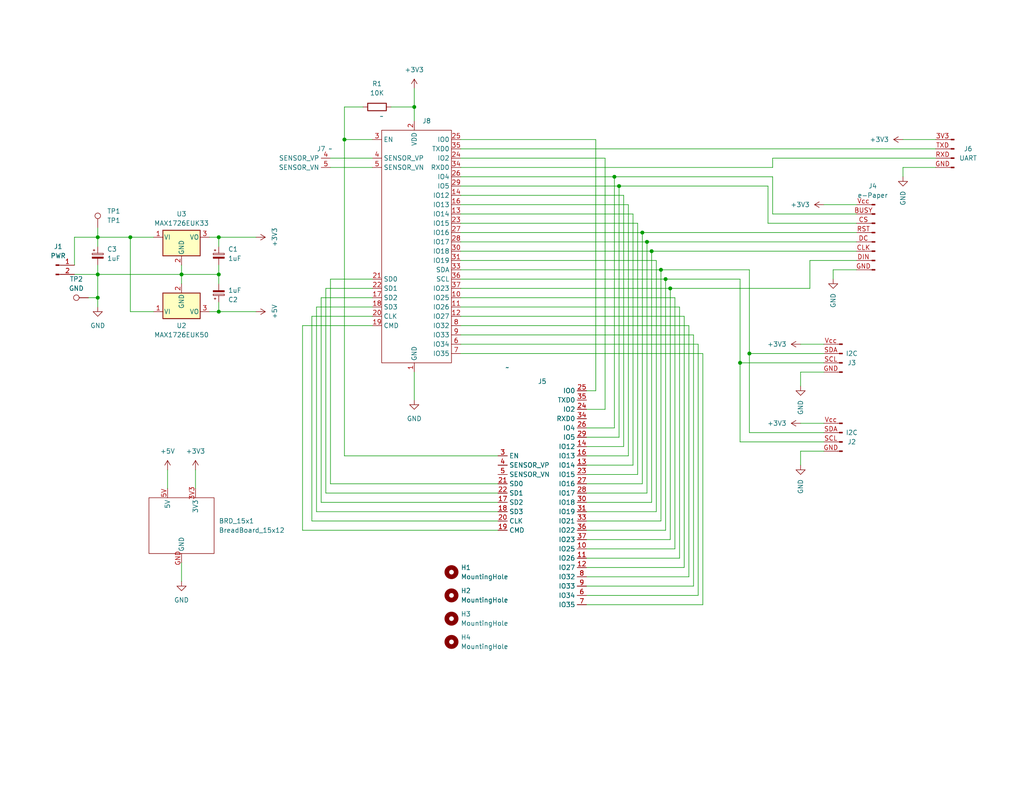
<source format=kicad_sch>
(kicad_sch (version 20231120) (generator "eeschema") (generator_version "8.0")
  (paper "USLetter")
  (title_block (title "ESP32-WROOM-32D Automation Board") (date "2024-01-15") (company "CEGEP Heritage College") (comment 1 "Alexander Bobkov"))
  (lib_symbols
    (symbol "Alexander_Library_Symbols:Conn_I2C_01x04" (pin_names (offset 1.016) hide)
      (property "Reference" "J" (at 0 5.08 0))
      (property "Value" "I2C" (at 0 -7.62 0))
      (symbol "Conn_I2C_01x04_1_1"
        (polyline (pts (xy 1.27 -5.08) (xy 0.8636 -5.08)) (stroke (width 0.1524)))
        (polyline (pts (xy 1.27 -2.54) (xy 0.8636 -2.54)) (stroke (width 0.1524)))
        (polyline (pts (xy 1.27 0) (xy 0.8636 0)) (stroke (width 0.1524)))
        (polyline (pts (xy 1.27 2.54) (xy 0.8636 2.54)) (stroke (width 0.1524)))
        (rectangle (start 0.8636 -4.953) (end 0 -5.207) (stroke (width 0.1524)) (fill (type outline)))
        (rectangle (start 0.8636 -2.413) (end 0 -2.667) (stroke (width 0.1524)) (fill (type outline)))
        (rectangle (start 0.8636 0.127) (end 0 -0.127) (stroke (width 0.1524)) (fill (type outline)))
        (rectangle (start 0.8636 2.667) (end 0 2.413) (stroke (width 0.1524)) (fill (type outline)))
        (pin power_out line (at 5.08 -5.08 180) (length 3.81) (name "GND") (number "GND"))
        (pin bidirectional line (at 5.08 -2.54 180) (length 3.81) (name "SCL") (number "SCL"))
        (pin bidirectional line (at 5.08 0 180) (length 3.81) (name "SDA") (number "SDA"))
        (pin power_in line (at 5.08 2.54 180) (length 3.81) (name "VCC") (number "Vcc"))
      )
    )
    (symbol "Alexander_Library_Symbols:ESP32-WROOM-32D"
      (property "Reference" "J" (at 0 0 0))
      (symbol "ESP32-WROOM-32D_1_1"
        (pin bidirectional line (at 21.59 -49.53 180) (length 2.54) (name "IO25") (number "10"))
        (pin bidirectional line (at 21.59 -52.07 180) (length 2.54) (name "IO26") (number "11"))
        (pin bidirectional line (at 21.59 -54.61 180) (length 2.54) (name "IO27") (number "12"))
        (pin bidirectional line (at 21.59 -26.67 180) (length 2.54) (name "IO14") (number "13"))
        (pin bidirectional line (at 21.59 -21.59 180) (length 2.54) (name "IO12") (number "14"))
        (pin bidirectional line (at 21.59 -24.13 180) (length 2.54) (name "IO13") (number "16"))
        (pin input line (at -2.54 -36.83 0) (length 2.54) (name "SD2") (number "17"))
        (pin input line (at -2.54 -39.37 0) (length 2.54) (name "SD3") (number "18"))
        (pin input line (at -2.54 -44.45 0) (length 2.54) (name "CMD") (number "19"))
        (pin input line (at -2.54 -41.91 0) (length 2.54) (name "CLK") (number "20"))
        (pin input line (at -2.54 -31.75 0) (length 2.54) (name "SD0") (number "21"))
        (pin input line (at -2.54 -34.29 0) (length 2.54) (name "SD1") (number "22"))
        (pin bidirectional line (at 21.59 -29.21 180) (length 2.54) (name "IO15") (number "23"))
        (pin bidirectional line (at 21.59 -11.43 180) (length 2.54) (name "IO2") (number "24"))
        (pin bidirectional line (at 21.59 -6.35 180) (length 2.54) (name "IO0") (number "25"))
        (pin bidirectional line (at 21.59 -16.51 180) (length 2.54) (name "IO4") (number "26"))
        (pin bidirectional line (at 21.59 -31.75 180) (length 2.54) (name "IO16") (number "27"))
        (pin bidirectional line (at 21.59 -34.29 180) (length 2.54) (name "IO17") (number "28"))
        (pin bidirectional line (at 21.59 -19.05 180) (length 2.54) (name "IO5") (number "29"))
        (pin input line (at -2.54 -24.13 0) (length 2.54) (name "EN") (number "3"))
        (pin bidirectional line (at 21.59 -36.83 180) (length 2.54) (name "IO18") (number "30"))
        (pin bidirectional line (at 21.59 -39.37 180) (length 2.54) (name "IO19") (number "31"))
        (pin bidirectional line (at 21.59 -41.91 180) (length 2.54) (name "IO21") (number "33"))
        (pin input line (at 21.59 -13.97 180) (length 2.54) (name "RXD0") (number "34"))
        (pin output line (at 21.59 -8.89 180) (length 2.54) (name "TXD0") (number "35"))
        (pin bidirectional line (at 21.59 -44.45 180) (length 2.54) (name "IO22") (number "36"))
        (pin bidirectional line (at 21.59 -46.99 180) (length 2.54) (name "IO23") (number "37"))
        (pin input line (at -2.54 -26.67 0) (length 2.54) (name "SENSOR_VP") (number "4"))
        (pin input line (at -2.54 -29.21 0) (length 2.54) (name "SENSOR_VN") (number "5"))
        (pin bidirectional line (at 21.59 -62.23 180) (length 2.54) (name "IO34") (number "6"))
        (pin bidirectional line (at 21.59 -64.77 180) (length 2.54) (name "IO35") (number "7"))
        (pin bidirectional line (at 21.59 -57.15 180) (length 2.54) (name "IO32") (number "8"))
        (pin bidirectional line (at 21.59 -59.69 180) (length 2.54) (name "IO33") (number "9"))
      )
    )
    (symbol "Alexander_Library_Symbols:ESP32-WROOM-32D-SOCKET"
      (property "Reference" "J" (at 0 0 0))
      (symbol "ESP32-WROOM-32D-SOCKET_0_1"
        (rectangle (start 0 -3.81) (end 19.05 -67.31))
      )
      (symbol "ESP32-WROOM-32D-SOCKET_1_1"
        (pin power_out line (at 8.89 -69.85 90) (length 2.54) (name "GND") (number "1"))
        (pin bidirectional line (at 21.59 -49.53 180) (length 2.54) (name "IO25") (number "10"))
        (pin bidirectional line (at 21.59 -52.07 180) (length 2.54) (name "IO26") (number "11"))
        (pin bidirectional line (at 21.59 -54.61 180) (length 2.54) (name "IO27") (number "12"))
        (pin bidirectional line (at 21.59 -26.67 180) (length 2.54) (name "IO14") (number "13"))
        (pin bidirectional line (at 21.59 -21.59 180) (length 2.54) (name "IO12") (number "14"))
        (pin bidirectional line (at 21.59 -24.13 180) (length 2.54) (name "IO13") (number "16"))
        (pin input line (at -2.54 -49.53 0) (length 2.54) (name "SD2") (number "17"))
        (pin input line (at -2.54 -52.07 0) (length 2.54) (name "SD3") (number "18"))
        (pin input line (at -2.54 -57.15 0) (length 2.54) (name "CMD") (number "19"))
        (pin power_in line (at 8.89 -1.27 270) (length 2.54) (name "VDD") (number "2"))
        (pin input line (at -2.54 -54.61 0) (length 2.54) (name "CLK") (number "20"))
        (pin input line (at -2.54 -44.45 0) (length 2.54) (name "SD0") (number "21"))
        (pin input line (at -2.54 -46.99 0) (length 2.54) (name "SD1") (number "22"))
        (pin bidirectional line (at 21.59 -29.21 180) (length 2.54) (name "IO15") (number "23"))
        (pin bidirectional line (at 21.59 -11.43 180) (length 2.54) (name "IO2") (number "24"))
        (pin bidirectional line (at 21.59 -6.35 180) (length 2.54) (name "IO0") (number "25"))
        (pin bidirectional line (at 21.59 -16.51 180) (length 2.54) (name "IO4") (number "26"))
        (pin bidirectional line (at 21.59 -31.75 180) (length 2.54) (name "IO16") (number "27"))
        (pin bidirectional line (at 21.59 -34.29 180) (length 2.54) (name "IO17") (number "28"))
        (pin bidirectional line (at 21.59 -19.05 180) (length 2.54) (name "IO5") (number "29"))
        (pin input line (at -2.54 -6.35 0) (length 2.54) (name "EN") (number "3"))
        (pin bidirectional line (at 21.59 -36.83 180) (length 2.54) (name "IO18") (number "30"))
        (pin bidirectional line (at 21.59 -39.37 180) (length 2.54) (name "IO19") (number "31"))
        (pin bidirectional line (at 21.59 -41.91 180) (length 2.54) (name "SDA") (number "33"))
        (pin input line (at 21.59 -13.97 180) (length 2.54) (name "RXD0") (number "34"))
        (pin output line (at 21.59 -8.89 180) (length 2.54) (name "TXD0") (number "35"))
        (pin bidirectional line (at 21.59 -44.45 180) (length 2.54) (name "SCL") (number "36"))
        (pin bidirectional line (at 21.59 -46.99 180) (length 2.54) (name "IO23") (number "37"))
        (pin input line (at -2.54 -11.43 0) (length 2.54) (name "SENSOR_VP") (number "4"))
        (pin input line (at -2.54 -13.97 0) (length 2.54) (name "SENSOR_VN") (number "5"))
        (pin bidirectional line (at 21.59 -62.23 180) (length 2.54) (name "IO34") (number "6"))
        (pin bidirectional line (at 21.59 -64.77 180) (length 2.54) (name "IO35") (number "7"))
        (pin bidirectional line (at 21.59 -57.15 180) (length 2.54) (name "IO32") (number "8"))
        (pin bidirectional line (at 21.59 -59.69 180) (length 2.54) (name "IO33") (number "9"))
      )
    )
    (symbol "Alexander_Library_Symbols:ESP32_PADS_VN-VP"
      (property "Reference" "J" (at 0 0 0))
      (symbol "ESP32_PADS_VN-VP_1_1"
        (pin bidirectional line (at 0 -2.54 180) (length 2.54) (name "SENSOR_VP") (number "4"))
        (pin bidirectional line (at 0 -5.08 180) (length 2.54) (name "SENSOR_VN") (number "5"))
      )
    )
    (symbol "Conn_UART_1" (pin_names (offset 1.016) hide)
      (property "Reference" "J" (at 1.27 3.81 0))
      (property "Value" "UART" (at 2.54 -10.16 0))
      (symbol "Conn_UART_1_1_1"
        (polyline (pts (xy 1.27 -7.62) (xy 0.8636 -7.62)) (stroke (width 0.1524)))
        (polyline (pts (xy 1.27 -5.08) (xy 0.8636 -5.08)) (stroke (width 0.1524)))
        (polyline (pts (xy 1.27 -2.54) (xy 0.8636 -2.54)) (stroke (width 0.1524)))
        (polyline (pts (xy 1.27 0) (xy 0.8636 0)) (stroke (width 0.1524)))
        (rectangle (start 0.8636 -7.493) (end 0 -7.747) (stroke (width 0.1524)) (fill (type outline)))
        (rectangle (start 0.8636 -4.953) (end 0 -5.207) (stroke (width 0.1524)) (fill (type outline)))
        (rectangle (start 0.8636 -2.413) (end 0 -2.667) (stroke (width 0.1524)) (fill (type outline)))
        (rectangle (start 0.8636 0.127) (end 0 -0.127) (stroke (width 0.1524)) (fill (type outline)))
        (pin power_in line (at 5.08 0 180) (length 3.81) (name "3V3") (number "3V3"))
        (pin power_out line (at 5.08 -7.62 180) (length 3.81) (name "GND") (number "GND"))
        (pin input line (at 5.08 -5.08 180) (length 3.81) (name "RXD") (number "RXD"))
        (pin output line (at 5.08 -2.54 180) (length 3.81) (name "TXD") (number "TXD"))
      )
    )
    (symbol "Conn_ePaper_01x08_1" (pin_names (offset 1.016) hide)
      (property "Reference" "J" (at 0 10.16 0))
      (property "Value" "e-Paper" (at 3.81 -12.7 0))
      (symbol "Conn_ePaper_01x08_1_1_1"
        (polyline (pts (xy 1.27 -10.16) (xy 0.8636 -10.16)) (stroke (width 0.1524)))
        (polyline (pts (xy 1.27 -7.62) (xy 0.8636 -7.62)) (stroke (width 0.1524)))
        (polyline (pts (xy 1.27 -5.08) (xy 0.8636 -5.08)) (stroke (width 0.1524)))
        (polyline (pts (xy 1.27 -2.54) (xy 0.8636 -2.54)) (stroke (width 0.1524)))
        (polyline (pts (xy 1.27 0) (xy 0.8636 0)) (stroke (width 0.1524)))
        (polyline (pts (xy 1.27 2.54) (xy 0.8636 2.54)) (stroke (width 0.1524)))
        (polyline (pts (xy 1.27 5.08) (xy 0.8636 5.08)) (stroke (width 0.1524)))
        (polyline (pts (xy 1.27 7.62) (xy 0.8636 7.62)) (stroke (width 0.1524)))
        (rectangle (start 0.8636 -10.033) (end 0 -10.287) (stroke (width 0.1524)) (fill (type outline)))
        (rectangle (start 0.8636 -7.493) (end 0 -7.747) (stroke (width 0.1524)) (fill (type outline)))
        (rectangle (start 0.8636 -4.953) (end 0 -5.207) (stroke (width 0.1524)) (fill (type outline)))
        (rectangle (start 0.8636 -2.413) (end 0 -2.667) (stroke (width 0.1524)) (fill (type outline)))
        (rectangle (start 0.8636 0.127) (end 0 -0.127) (stroke (width 0.1524)) (fill (type outline)))
        (rectangle (start 0.8636 2.667) (end 0 2.413) (stroke (width 0.1524)) (fill (type outline)))
        (rectangle (start 0.8636 5.207) (end 0 4.953) (stroke (width 0.1524)) (fill (type outline)))
        (rectangle (start 0.8636 7.747) (end 0 7.493) (stroke (width 0.1524)) (fill (type outline)))
        (pin bidirectional line (at 5.08 5.08 180) (length 3.81) (name "BUSY") (number "BUSY"))
        (pin input line (at 5.08 -5.08 180) (length 3.81) (name "CLK") (number "CLK"))
        (pin input line (at 5.08 2.54 180) (length 3.81) (name "CS") (number "CS"))
        (pin bidirectional line (at 5.08 -2.54 180) (length 3.81) (name "DC") (number "DC"))
        (pin bidirectional line (at 5.08 -7.62 180) (length 3.81) (name "DIN") (number "DIN"))
        (pin power_out line (at 5.08 -10.16 180) (length 3.81) (name "GND") (number "GND"))
        (pin input line (at 5.08 0 180) (length 3.81) (name "RST") (number "RST"))
        (pin power_in line (at 5.08 7.62 180) (length 3.81) (name "Vcc") (number "Vcc"))
      )
    )
    (symbol "Connector:BreadBoard_15x12"
      (property "Reference" "BRD_15x2" (at -19.05 -15.24 0))
      (property "Value" "BreadBoard_15x12" (at 6.35 13.97 0))
      (symbol "BreadBoard_15x12_0_1"
        (rectangle (start -27.94 -7.62) (end -10.16 -22.86))
      )
      (symbol "BreadBoard_15x12_1_1"
        (pin power_in line (at -15.24 -5.08 270) (length 2.54) (name "3V3") (number "3V3"))
        (pin power_in line (at -22.86 -5.08 270) (length 2.54) (name "5V") (number "5V"))
        (pin power_out line (at -19.05 -25.4 90) (length 2.54) (name "GND") (number "GND"))
      )
    )
    (symbol "Connector:Conn_01x02_Pin" (pin_names (offset 1.016) hide)
      (property "Reference" "J" (at 0 2.54 0))
      (property "Value" "Conn_01x02_Pin" (at 0 -5.08 0))
      (symbol "Conn_01x02_Pin_1_1"
        (polyline (pts (xy 1.27 -2.54) (xy 0.8636 -2.54)) (stroke (width 0.1524)))
        (polyline (pts (xy 1.27 0) (xy 0.8636 0)) (stroke (width 0.1524)))
        (rectangle (start 0.8636 -2.413) (end 0 -2.667) (stroke (width 0.1524)) (fill (type outline)))
        (rectangle (start 0.8636 0.127) (end 0 -0.127) (stroke (width 0.1524)) (fill (type outline)))
        (pin passive line (at 5.08 0 180) (length 3.81) (name "Pin_1") (number "1"))
        (pin passive line (at 5.08 -2.54 180) (length 3.81) (name "Pin_2") (number "2"))
      )
    )
    (symbol "Connector:TestPoint" (pin_numbers hide) (pin_names (offset 0.762) hide)
      (property "Reference" "TP" (at 0 6.858 0))
      (property "Value" "TestPoint" (at 0 5.08 0))
      (symbol "TestPoint_0_1"
        (circle (center 0 3.302) (radius 0.762))
      )
      (symbol "TestPoint_1_1"
        (pin passive line (at 0 0 90) (length 2.54) (name "1") (number "1"))
      )
    )
    (symbol "Device:C_Polarized_Small" (pin_numbers hide) (pin_names (offset 0.254) hide)
      (property "Reference" "C" (at 0.254 1.778 0))
      (property "Value" "C_Polarized_Small" (at 0.254 -2.032 0))
      (symbol "C_Polarized_Small_0_1"
        (rectangle (start -1.524 -0.3048) (end 1.524 -0.6858) (fill (type outline)))
        (rectangle (start -1.524 0.6858) (end 1.524 0.3048))
        (polyline (pts (xy -1.27 1.524) (xy -0.762 1.524)))
        (polyline (pts (xy -1.016 1.27) (xy -1.016 1.778)))
      )
      (symbol "C_Polarized_Small_1_1"
        (pin passive line (at 0 2.54 270) (length 1.8542) (name "~") (number "1"))
        (pin passive line (at 0 -2.54 90) (length 1.8542) (name "~") (number "2"))
      )
    )
    (symbol "Device:R" (pin_numbers hide) (pin_names (offset 0))
      (property "Reference" "R" (at 2.032 0 90))
      (property "Value" "R" (at 0 0 90))
      (symbol "R_0_1"
        (rectangle (start -1.016 -2.54) (end 1.016 2.54) (stroke (width 0.254)))
      )
      (symbol "R_1_1"
        (pin passive line (at 0 3.81 270) (length 1.27) (name "~") (number "1"))
        (pin passive line (at 0 -3.81 90) (length 1.27) (name "~") (number "2"))
      )
    )
    (symbol "Mechanical:MountingHole" (pin_names (offset 1.016))
      (property "Reference" "H" (at 0 5.08 0))
      (property "Value" "MountingHole" (at 0 3.175 0))
      (symbol "MountingHole_0_1"
        (circle (center 0 0) (radius 1.27) (stroke (width 1.27)))
      )
    )
    (symbol "Regulator_Linear:LM78M05_TO220" (pin_names (offset 0.254))
      (property "Reference" "U" (at -3.81 3.175 0))
      (property "Value" "LM78M05_TO220" (at 0 3.175 0))
      (symbol "LM78M05_TO220_0_1"
        (rectangle (start -5.08 1.905) (end 5.08 -5.08) (stroke (width 0.254)) (fill (type background)))
      )
      (symbol "LM78M05_TO220_1_1"
        (pin power_in line (at -7.62 0 0) (length 2.54) (name "VI") (number "1"))
        (pin power_in line (at 0 -7.62 90) (length 2.54) (name "GND") (number "2"))
        (pin power_out line (at 7.62 0 180) (length 2.54) (name "VO") (number "3"))
      )
    )
    (symbol "power:+3V3" (power) (pin_names (offset 0))
      (property "Value" "+3V3" (at 0 3.556 0))
      (symbol "+3V3_0_1"
        (polyline (pts (xy -0.762 1.27) (xy 0 2.54)))
        (polyline (pts (xy 0 0) (xy 0 2.54)))
        (polyline (pts (xy 0 2.54) (xy 0.762 1.27)))
      )
      (symbol "+3V3_1_1"
        (pin power_in line (at 0 0 90) (length 0) hide (name "+3V3") (number "1"))
      )
    )
    (symbol "power:+5V" (power) (pin_names (offset 0))
      (property "Value" "+5V" (at 0 3.556 0))
      (symbol "+5V_0_1"
        (polyline (pts (xy -0.762 1.27) (xy 0 2.54)))
        (polyline (pts (xy 0 0) (xy 0 2.54)))
        (polyline (pts (xy 0 2.54) (xy 0.762 1.27)))
      )
      (symbol "+5V_1_1"
        (pin power_in line (at 0 0 90) (length 0) hide (name "+5V") (number "1"))
      )
    )
    (symbol "power:GND" (power) (pin_names (offset 0))
      (property "Value" "GND" (at 0 -3.81 0))
      (symbol "GND_0_1"
        (polyline (pts (xy 0 0) (xy 0 -1.27) (xy 1.27 -1.27) (xy 0 -2.54) (xy -1.27 -1.27) (xy 0 -1.27)))
      )
      (symbol "GND_1_1"
        (pin power_in line (at 0 0 270) (length 0) hide (name "GND") (number "1"))
      )
    )
  )
  (junction (at 113.03 29.21))
  (junction (at 168.91 50.8))
  (junction (at 177.8 68.58))
  (junction (at 35.56 64.77))
  (junction (at 182.88 78.74))
  (junction (at 59.69 74.93))
  (junction (at 93.98 38.1))
  (junction (at 204.47 96.52))
  (junction (at 167.64 48.26))
  (junction (at 26.67 81.28))
  (junction (at 26.67 74.93))
  (junction (at 201.93 99.06))
  (junction (at 175.26 63.5))
  (junction (at 180.34 73.66))
  (junction (at 59.69 64.77))
  (junction (at 59.69 85.09))
  (junction (at 176.53 66.04))
  (junction (at 181.61 76.2))
  (junction (at 26.67 64.77))
  (junction (at 49.53 74.93))
  (wire (pts (xy 57.15 85.09) (xy 59.69 85.09)))
  (wire (pts (xy 59.69 67.31) (xy 59.69 64.77)))
  (wire (pts (xy 227.33 73.66) (xy 227.33 76.2)))
  (wire (pts (xy 135.89 132.08) (xy 90.17 132.08)))
  (wire (pts (xy 125.73 55.88) (xy 171.45 55.88)))
  (wire (pts (xy 209.55 50.8) (xy 209.55 60.96)))
  (wire (pts (xy 90.17 132.08) (xy 90.17 76.2)))
  (wire (pts (xy 113.03 101.6) (xy 113.03 109.22)))
  (wire (pts (xy 59.69 74.93) (xy 59.69 77.47)))
  (wire (pts (xy 26.67 64.77) (xy 26.67 67.31)))
  (wire (pts (xy 35.56 64.77) (xy 35.56 85.09)))
  (wire (pts (xy 160.02 106.68) (xy 162.56 106.68)))
  (wire (pts (xy 209.55 60.96) (xy 233.68 60.96)))
  (wire (pts (xy 176.53 66.04) (xy 233.68 66.04)))
  (wire (pts (xy 87.63 137.16) (xy 87.63 81.28)))
  (wire (pts (xy 160.02 139.7) (xy 179.07 139.7)))
  (wire (pts (xy 86.36 139.7) (xy 86.36 83.82)))
  (wire (pts (xy 82.55 144.78) (xy 82.55 88.9)))
  (wire (pts (xy 160.02 111.76) (xy 165.1 111.76)))
  (wire (pts (xy 246.38 45.72) (xy 246.38 48.26)))
  (wire (pts (xy 184.15 149.86) (xy 184.15 81.28)))
  (wire (pts (xy 125.73 45.72) (xy 210.82 45.72)))
  (wire (pts (xy 125.73 93.98) (xy 190.5 93.98)))
  (wire (pts (xy 160.02 124.46) (xy 171.45 124.46)))
  (wire (pts (xy 182.88 78.74) (xy 220.98 78.74)))
  (wire (pts (xy 49.53 74.93) (xy 59.69 74.93)))
  (wire (pts (xy 106.68 29.21) (xy 113.03 29.21)))
  (wire (pts (xy 49.53 77.47) (xy 49.53 74.93)))
  (wire (pts (xy 160.02 132.08) (xy 175.26 132.08)))
  (wire (pts (xy 59.69 72.39) (xy 59.69 74.93)))
  (wire (pts (xy 20.32 64.77) (xy 20.32 72.39)))
  (wire (pts (xy 125.73 68.58) (xy 177.8 68.58)))
  (wire (pts (xy 170.18 121.92) (xy 170.18 53.34)))
  (wire (pts (xy 189.23 160.02) (xy 189.23 91.44)))
  (wire (pts (xy 201.93 99.06) (xy 224.79 99.06)))
  (wire (pts (xy 125.73 91.44) (xy 189.23 91.44)))
  (wire (pts (xy 160.02 116.84) (xy 167.64 116.84)))
  (wire (pts (xy 167.64 116.84) (xy 167.64 48.26)))
  (wire (pts (xy 180.34 73.66) (xy 204.47 73.66)))
  (wire (pts (xy 93.98 29.21) (xy 93.98 38.1)))
  (wire (pts (xy 135.89 142.24) (xy 85.09 142.24)))
  (wire (pts (xy 177.8 68.58) (xy 233.68 68.58)))
  (wire (pts (xy 191.77 165.1) (xy 191.77 96.52)))
  (wire (pts (xy 160.02 121.92) (xy 170.18 121.92)))
  (wire (pts (xy 201.93 76.2) (xy 201.93 99.06)))
  (wire (pts (xy 160.02 157.48) (xy 187.96 157.48)))
  (wire (pts (xy 255.27 43.18) (xy 210.82 43.18)))
  (wire (pts (xy 224.79 123.19) (xy 218.44 123.19)))
  (wire (pts (xy 168.91 119.38) (xy 168.91 50.8)))
  (wire (pts (xy 171.45 124.46) (xy 171.45 55.88)))
  (wire (pts (xy 125.73 88.9) (xy 187.96 88.9)))
  (wire (pts (xy 85.09 142.24) (xy 85.09 86.36)))
  (wire (pts (xy 160.02 119.38) (xy 168.91 119.38)))
  (wire (pts (xy 20.32 74.93) (xy 26.67 74.93)))
  (wire (pts (xy 210.82 45.72) (xy 210.82 43.18)))
  (wire (pts (xy 233.68 58.42) (xy 210.82 58.42)))
  (wire (pts (xy 160.02 147.32) (xy 182.88 147.32)))
  (wire (pts (xy 181.61 76.2) (xy 201.93 76.2)))
  (wire (pts (xy 125.73 63.5) (xy 175.26 63.5)))
  (wire (pts (xy 168.91 50.8) (xy 209.55 50.8)))
  (wire (pts (xy 224.79 118.11) (xy 204.47 118.11)))
  (wire (pts (xy 255.27 45.72) (xy 246.38 45.72)))
  (wire (pts (xy 160.02 137.16) (xy 177.8 137.16)))
  (wire (pts (xy 162.56 106.68) (xy 162.56 38.1)))
  (wire (pts (xy 224.79 120.65) (xy 201.93 120.65)))
  (wire (pts (xy 125.73 38.1) (xy 162.56 38.1)))
  (wire (pts (xy 45.72 128.27) (xy 45.72 133.35)))
  (wire (pts (xy 35.56 64.77) (xy 41.91 64.77)))
  (wire (pts (xy 190.5 162.56) (xy 190.5 93.98)))
  (wire (pts (xy 160.02 129.54) (xy 173.99 129.54)))
  (wire (pts (xy 201.93 120.65) (xy 201.93 99.06)))
  (wire (pts (xy 125.73 76.2) (xy 181.61 76.2)))
  (wire (pts (xy 49.53 153.67) (xy 49.53 158.75)))
  (wire (pts (xy 176.53 134.62) (xy 176.53 66.04)))
  (wire (pts (xy 125.73 48.26) (xy 167.64 48.26)))
  (wire (pts (xy 41.91 85.09) (xy 35.56 85.09)))
  (wire (pts (xy 224.79 55.88) (xy 233.68 55.88)))
  (wire (pts (xy 93.98 38.1) (xy 93.98 124.46)))
  (wire (pts (xy 135.89 134.62) (xy 88.9 134.62)))
  (wire (pts (xy 160.02 160.02) (xy 189.23 160.02)))
  (wire (pts (xy 177.8 137.16) (xy 177.8 68.58)))
  (wire (pts (xy 172.72 58.42) (xy 172.72 127)))
  (wire (pts (xy 85.09 86.36) (xy 101.6 86.36)))
  (wire (pts (xy 160.02 165.1) (xy 191.77 165.1)))
  (wire (pts (xy 125.73 96.52) (xy 191.77 96.52)))
  (wire (pts (xy 26.67 64.77) (xy 35.56 64.77)))
  (wire (pts (xy 125.73 83.82) (xy 185.42 83.82)))
  (wire (pts (xy 90.17 76.2) (xy 101.6 76.2)))
  (wire (pts (xy 26.67 62.23) (xy 26.67 64.77)))
  (wire (pts (xy 125.73 73.66) (xy 180.34 73.66)))
  (wire (pts (xy 125.73 86.36) (xy 186.69 86.36)))
  (wire (pts (xy 233.68 71.12) (xy 220.98 71.12)))
  (wire (pts (xy 125.73 43.18) (xy 165.1 43.18)))
  (wire (pts (xy 179.07 139.7) (xy 179.07 71.12)))
  (wire (pts (xy 82.55 88.9) (xy 101.6 88.9)))
  (wire (pts (xy 24.13 81.28) (xy 26.67 81.28)))
  (wire (pts (xy 218.44 123.19) (xy 218.44 127)))
  (wire (pts (xy 173.99 129.54) (xy 173.99 60.96)))
  (wire (pts (xy 246.38 38.1) (xy 255.27 38.1)))
  (wire (pts (xy 227.33 73.66) (xy 233.68 73.66)))
  (wire (pts (xy 26.67 72.39) (xy 26.67 74.93)))
  (wire (pts (xy 88.9 134.62) (xy 88.9 78.74)))
  (wire (pts (xy 220.98 78.74) (xy 220.98 71.12)))
  (wire (pts (xy 57.15 64.77) (xy 59.69 64.77)))
  (wire (pts (xy 93.98 29.21) (xy 99.06 29.21)))
  (wire (pts (xy 113.03 24.13) (xy 113.03 29.21)))
  (wire (pts (xy 204.47 96.52) (xy 224.79 96.52)))
  (wire (pts (xy 210.82 58.42) (xy 210.82 48.26)))
  (wire (pts (xy 160.02 152.4) (xy 185.42 152.4)))
  (wire (pts (xy 125.73 53.34) (xy 170.18 53.34)))
  (wire (pts (xy 160.02 144.78) (xy 181.61 144.78)))
  (wire (pts (xy 135.89 144.78) (xy 82.55 144.78)))
  (wire (pts (xy 59.69 85.09) (xy 69.85 85.09)))
  (wire (pts (xy 87.63 81.28) (xy 101.6 81.28)))
  (wire (pts (xy 125.73 81.28) (xy 184.15 81.28)))
  (wire (pts (xy 160.02 149.86) (xy 184.15 149.86)))
  (wire (pts (xy 175.26 63.5) (xy 233.68 63.5)))
  (wire (pts (xy 90.17 45.72) (xy 101.6 45.72)))
  (wire (pts (xy 218.44 101.6) (xy 218.44 105.41)))
  (wire (pts (xy 135.89 124.46) (xy 93.98 124.46)))
  (wire (pts (xy 125.73 66.04) (xy 176.53 66.04)))
  (wire (pts (xy 204.47 73.66) (xy 204.47 96.52)))
  (wire (pts (xy 167.64 48.26) (xy 210.82 48.26)))
  (wire (pts (xy 160.02 134.62) (xy 176.53 134.62)))
  (wire (pts (xy 125.73 58.42) (xy 172.72 58.42)))
  (wire (pts (xy 26.67 81.28) (xy 26.67 83.82)))
  (wire (pts (xy 20.32 64.77) (xy 26.67 64.77)))
  (wire (pts (xy 59.69 82.55) (xy 59.69 85.09)))
  (wire (pts (xy 186.69 154.94) (xy 186.69 86.36)))
  (wire (pts (xy 59.69 64.77) (xy 69.85 64.77)))
  (wire (pts (xy 125.73 78.74) (xy 182.88 78.74)))
  (wire (pts (xy 224.79 101.6) (xy 218.44 101.6)))
  (wire (pts (xy 125.73 60.96) (xy 173.99 60.96)))
  (wire (pts (xy 160.02 154.94) (xy 186.69 154.94)))
  (wire (pts (xy 204.47 118.11) (xy 204.47 96.52)))
  (wire (pts (xy 88.9 78.74) (xy 101.6 78.74)))
  (wire (pts (xy 90.17 43.18) (xy 101.6 43.18)))
  (wire (pts (xy 125.73 71.12) (xy 179.07 71.12)))
  (wire (pts (xy 125.73 40.64) (xy 255.27 40.64)))
  (wire (pts (xy 182.88 147.32) (xy 182.88 78.74)))
  (wire (pts (xy 160.02 127) (xy 172.72 127)))
  (wire (pts (xy 113.03 29.21) (xy 113.03 33.02)))
  (wire (pts (xy 160.02 162.56) (xy 190.5 162.56)))
  (wire (pts (xy 49.53 72.39) (xy 49.53 74.93)))
  (wire (pts (xy 125.73 50.8) (xy 168.91 50.8)))
  (wire (pts (xy 218.44 115.57) (xy 224.79 115.57)))
  (wire (pts (xy 26.67 74.93) (xy 26.67 81.28)))
  (wire (pts (xy 180.34 142.24) (xy 180.34 73.66)))
  (wire (pts (xy 26.67 74.93) (xy 49.53 74.93)))
  (wire (pts (xy 185.42 152.4) (xy 185.42 83.82)))
  (wire (pts (xy 165.1 111.76) (xy 165.1 43.18)))
  (wire (pts (xy 86.36 83.82) (xy 101.6 83.82)))
  (wire (pts (xy 187.96 157.48) (xy 187.96 88.9)))
  (wire (pts (xy 175.26 132.08) (xy 175.26 63.5)))
  (wire (pts (xy 160.02 142.24) (xy 180.34 142.24)))
  (wire (pts (xy 181.61 144.78) (xy 181.61 76.2)))
  (wire (pts (xy 135.89 137.16) (xy 87.63 137.16)))
  (wire (pts (xy 53.34 128.27) (xy 53.34 133.35)))
  (wire (pts (xy 135.89 139.7) (xy 86.36 139.7)))
  (wire (pts (xy 93.98 38.1) (xy 101.6 38.1)))
  (wire (pts (xy 218.44 93.98) (xy 224.79 93.98)))
  (symbol (lib_id "Connector:TestPoint") (at 26.67 62.23 0) (unit 1)
    (property "Reference" "TP1" (at 29.21 57.658 0) (effects (justify left)))
    (property "Value" "TP1" (at 29.21 60.198 0) (effects (justify left)))
    (property "Footprint" "Alexander Footprints Library:TestPoint_D2.5mm" (effects (hide yes)))
  )
  (symbol (lib_id "Mechanical:MountingHole") (at 123.19 156.21 0) (unit 1)
    (property "Reference" "H1" (at 125.73 154.94 0) (effects (justify left)))
    (property "Value" "MountingHole" (at 125.73 157.48 0) (effects (justify left)))
    (property "Footprint" "MountingHole:MountingHole_3mm_Pad_TopBottom" (effects (hide yes)))
  )
  (symbol (lib_id "Device:C_Polarized_Small") (at 26.67 69.85 0) (unit 1)
    (property "Reference" "C3" (at 29.21 68.0339 0) (effects (justify left)))
    (property "Value" "1uF" (at 29.21 70.5739 0) (effects (justify left)))
    (property "Footprint" "Capacitor_THT:CP_Radial_D4.0mm_P2.00mm" (effects (hide yes)))
  )
  (symbol (lib_id "power:GND") (at 26.67 83.82 0) (unit 1)
    (property "Reference" "#PWR03" (effects (hide yes)))
    (property "Value" "GND" (at 26.67 88.9 0))
  )
  (symbol (lib_name "Conn_UART_1") (lib_id "Alexander_Library_Symbols:Conn_UART") (at 260.35 38.1 0) (mirror y) (unit 1)
    (property "Reference" "J6" (at 264.16 40.64 0))
    (property "Value" "UART" (at 264.16 43.18 0))
    (property "Footprint" "Alexander Footprints Library:Conn_UART" (effects (hide yes)))
  )
  (symbol (lib_id "power:+3V3") (at 218.44 93.98 90) (unit 1)
    (property "Reference" "#PWR09" (effects (hide yes)))
    (property "Value" "+3V3" (at 214.63 93.98 90) (effects (justify left)))
  )
  (symbol (lib_id "power:+3V3") (at 69.85 64.77 270) (unit 1)
    (property "Reference" "#PWR04" (effects (hide yes)))
    (property "Value" "+3V3" (at 74.93 64.77 0))
  )
  (symbol (lib_id "power:GND") (at 227.33 76.2 0) (unit 1)
    (property "Reference" "#PWR012" (effects (hide yes)))
    (property "Value" "GND" (at 227.33 80.01 90) (effects (justify right)))
  )
  (symbol (lib_id "Device:R") (at 102.87 29.21 270) (unit 1)
    (property "Reference" "R1" (at 102.87 22.86 90))
    (property "Value" "10K" (at 102.87 25.4 90))
    (property "Footprint" "Alexander Footprints Library:STA_RMCF1206_STP-L" (effects (hide yes)))
  )
  (symbol (lib_id "power:+3V3") (at 246.38 38.1 90) (unit 1)
    (property "Reference" "#PWR017" (effects (hide yes)))
    (property "Value" "+3V3" (at 242.57 38.1 90) (effects (justify left)))
  )
  (symbol (lib_name "Conn_ePaper_01x08_1") (lib_id "Alexander_Library_Symbols:Conn_ePaper_01x08") (at 238.76 63.5 0) (mirror y) (unit 1)
    (property "Reference" "J4" (at 238.125 50.8 0))
    (property "Value" "e-Paper" (at 238.125 53.34 0))
    (property "Footprint" "Alexander Footprints Library:Conn_ePaper" (effects (hide yes)))
  )
  (symbol (lib_id "power:GND") (at 246.38 48.26 0) (unit 1)
    (property "Reference" "#PWR015" (effects (hide yes)))
    (property "Value" "GND" (at 246.38 52.07 90) (effects (justify right)))
  )
  (symbol (lib_id "Device:C_Polarized_Small") (at 59.69 69.85 0) (unit 1)
    (property "Reference" "C1" (at 62.23 68.0339 0) (effects (justify left)))
    (property "Value" "1uF" (at 62.23 70.5739 0) (effects (justify left)))
    (property "Footprint" "Capacitor_THT:CP_Radial_D4.0mm_P2.00mm" (effects (hide yes)))
  )
  (symbol (lib_id "power:+3V3") (at 113.03 24.13 0) (unit 1)
    (property "Reference" "#PWR01" (effects (hide yes)))
    (property "Value" "+3V3" (at 113.03 19.05 0))
  )
  (symbol (lib_id "power:GND") (at 218.44 127 0) (unit 1)
    (property "Reference" "#PWR014" (effects (hide yes)))
    (property "Value" "GND" (at 218.44 130.81 90) (effects (justify right)))
  )
  (symbol (lib_id "Connector:BreadBoard_15x12") (at 68.58 128.27 0) (unit 1)
    (property "Reference" "BRD_15x1" (at 59.69 142.24 0) (effects (justify left)))
    (property "Value" "BreadBoard_15x12" (at 59.69 144.78 0) (effects (justify left)))
    (property "Footprint" "Alexander Footprints Library:BreadBoard_15x12" (effects (hide yes)))
  )
  (symbol (lib_id "Connector:TestPoint") (at 24.13 81.28 90) (unit 1)
    (property "Reference" "TP2" (at 20.828 76.2 90))
    (property "Value" "GND" (at 20.828 78.74 90))
    (property "Footprint" "Alexander Footprints Library:TestPoint_D2.5mm" (effects (hide yes)))
  )
  (symbol (lib_id "power:+5V") (at 45.72 128.27 0) (unit 1)
    (property "Reference" "#PWR08" (effects (hide yes)))
    (property "Value" "+5V" (at 45.72 123.19 0))
  )
  (symbol (lib_id "power:GND") (at 218.44 105.41 0) (unit 1)
    (property "Reference" "#PWR010" (effects (hide yes)))
    (property "Value" "GND" (at 218.44 109.22 90) (effects (justify right)))
  )
  (symbol (lib_id "power:GND") (at 113.03 109.22 0) (unit 1)
    (property "Reference" "#PWR02" (effects (hide yes)))
    (property "Value" "GND" (at 113.03 114.3 0))
  )
  (symbol (lib_id "power:+3V3") (at 218.44 115.57 90) (unit 1)
    (property "Reference" "#PWR013" (effects (hide yes)))
    (property "Value" "+3V3" (at 214.63 115.57 90) (effects (justify left)))
  )
  (symbol (lib_id "Regulator_Linear:LM78M05_TO220") (at 49.53 64.77 0) (unit 1)
    (property "Reference" "U3" (at 49.53 58.42 0))
    (property "Value" "MAX1726EUK33" (at 49.53 60.96 0))
    (property "Footprint" "Package_TO_SOT_SMD:SOT-223-3_TabPin2" (effects (hide yes)))
    (property "Datasheet" "https://www.onsemi.com/pub/Collateral/MC78M00-D.PDF" (effects (hide yes)))
  )
  (symbol (lib_id "Mechanical:MountingHole") (at 123.19 162.56 0) (unit 1)
    (property "Reference" "H2" (at 125.73 161.29 0) (effects (justify left)))
    (property "Value" "MountingHole" (at 125.73 163.83 0) (effects (justify left)))
    (property "Footprint" "MountingHole:MountingHole_3mm_Pad_TopBottom" (effects (hide yes)))
  )
  (symbol (lib_id "Alexander_Library_Symbols:ESP32-WROOM-32D-SOCKET") (at 104.14 31.75 0) (unit 1)
    (property "Reference" "J8" (at 115.2241 33.02 0) (effects (justify left)))
    (property "Value" "~" (at 104.14 31.75 0))
    (property "Footprint" "Alexander Footprints Library:ESP32-WROOM-Adapter-Socket" (effects (hide yes)))
  )
  (symbol (lib_id "Mechanical:MountingHole") (at 123.19 168.91 0) (unit 1)
    (property "Reference" "H3" (at 125.73 167.64 0) (effects (justify left)))
    (property "Value" "MountingHole" (at 125.73 170.18 0) (effects (justify left)))
    (property "Footprint" "MountingHole:MountingHole_3mm_Pad_TopBottom" (effects (hide yes)))
  )
  (symbol (lib_id "Alexander_Library_Symbols:ESP32_PADS_VN-VP") (at 90.17 40.64 0) (unit 1)
    (property "Reference" "J7" (at 87.63 40.64 0))
    (property "Value" "~" (at 90.17 40.64 0))
    (property "Footprint" "Alexander Footprints Library:ESP32_PADS_VN-VP" (effects (hide yes)))
  )
  (symbol (lib_id "Connector:Conn_01x02_Pin") (at 15.24 72.39 0) (unit 1)
    (property "Reference" "J1" (at 15.875 67.31 0))
    (property "Value" "PWR" (at 15.875 69.85 0))
    (property "Footprint" "Connector_PinHeader_2.54mm:PinHeader_1x02_P2.54mm_Vertical" (effects (hide yes)))
  )
  (symbol (lib_id "power:+5V") (at 69.85 85.09 270) (unit 1)
    (property "Reference" "#PWR05" (effects (hide yes)))
    (property "Value" "+5V" (at 74.93 85.09 0))
  )
  (symbol (lib_id "Mechanical:MountingHole") (at 123.19 175.26 0) (unit 1)
    (property "Reference" "H4" (at 125.73 173.99 0) (effects (justify left)))
    (property "Value" "MountingHole" (at 125.73 176.53 0) (effects (justify left)))
    (property "Footprint" "MountingHole:MountingHole_3mm_Pad_TopBottom" (effects (hide yes)))
  )
  (symbol (lib_id "power:GND") (at 49.53 158.75 0) (unit 1)
    (property "Reference" "#PWR06" (effects (hide yes)))
    (property "Value" "GND" (at 49.53 163.83 0))
  )
  (symbol (lib_id "power:+3V3") (at 53.34 128.27 0) (unit 1)
    (property "Reference" "#PWR07" (effects (hide yes)))
    (property "Value" "+3V3" (at 53.34 123.19 0))
  )
  (symbol (lib_id "power:+3V3") (at 224.79 55.88 90) (unit 1)
    (property "Reference" "#PWR011" (effects (hide yes)))
    (property "Value" "+3V3" (at 220.98 55.88 90) (effects (justify left)))
  )
  (symbol (lib_id "Alexander_Library_Symbols:ESP32-WROOM-32D") (at 138.43 100.33 0) (unit 1)
    (property "Reference" "J5" (at 147.955 104.14 0))
    (property "Value" "~" (at 138.43 100.33 0))
    (property "Footprint" "Alexander Footprints Library:ESP32-WROOM-32D-Interface_2" (effects (hide yes)))
  )
  (symbol (lib_id "Regulator_Linear:LM78M05_TO220") (at 49.53 85.09 0) (mirror x) (unit 1)
    (property "Reference" "U2" (at 49.53 88.9 0))
    (property "Value" "MAX1726EUK50" (at 49.53 91.44 0))
    (property "Footprint" "Package_TO_SOT_SMD:SOT-223-3_TabPin2" (effects (hide yes)))
    (property "Datasheet" "https://www.onsemi.com/pub/Collateral/MC78M00-D.PDF" (effects (hide yes)))
  )
  (symbol (lib_id "Alexander_Library_Symbols:Conn_I2C_01x04") (at 229.87 118.11 0) (mirror y) (unit 1)
    (property "Reference" "J2" (at 232.41 120.65 0))
    (property "Value" "I2C" (at 232.41 118.11 0))
    (property "Footprint" "Alexander Footprints Library:Conn_I2C_3" (effects (hide yes)))
  )
  (symbol (lib_id "Device:C_Polarized_Small") (at 59.69 80.01 0) (mirror x) (unit 1)
    (property "Reference" "C2" (at 62.23 81.8261 0) (effects (justify left)))
    (property "Value" "1uF" (at 62.23 79.2861 0) (effects (justify left)))
    (property "Footprint" "Capacitor_THT:CP_Radial_D4.0mm_P2.00mm" (effects (hide yes)))
  )
  (symbol (lib_id "Alexander_Library_Symbols:Conn_I2C_01x04") (at 229.87 96.52 0) (mirror y) (unit 1)
    (property "Reference" "J3" (at 232.41 99.06 0))
    (property "Value" "I2C" (at 232.41 96.52 0))
    (property "Footprint" "Alexander Footprints Library:Conn_I2C_3" (effects (hide yes)))
  )
)
</source>
